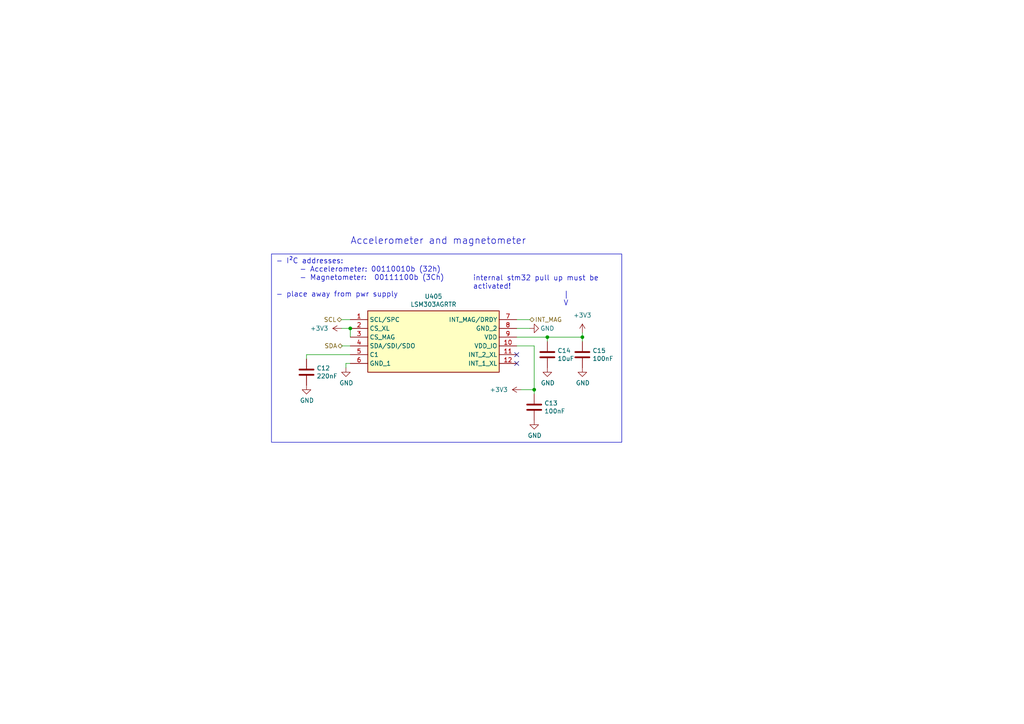
<source format=kicad_sch>
(kicad_sch (version 20250114) (generator "eeschema") (generator_version "9.0")
  (paper "A4")
  (lib_symbols
    (symbol "Device:C" (pin_numbers (hide yes)) (pin_names (offset 0.254))
      (property "Reference" "C" (at 0.635 2.54 0))
      (property "Value" "C" (at 0.635 -2.54 0))
      (symbol "C_0_1"
        (polyline (pts (xy -2.032 0.762) (xy 2.032 0.762)) (stroke (width 0.508)))
        (polyline (pts (xy -2.032 -0.762) (xy 2.032 -0.762)) (stroke (width 0.508)))
      )
      (symbol "C_1_1"
        (pin passive line (at 0 3.81 270) (length 2.794) (name "~") (number "1"))
        (pin passive line (at 0 -3.81 90) (length 2.794) (name "~") (number "2"))
      )
    )
    (symbol "Thingsat_symbol:LSM303AGRTR"
      (property "Reference" "IC" (at 44.45 7.62 0))
      (property "Value" "LSM303AGRTR" (at 44.45 5.08 0))
      (symbol "LSM303AGRTR_1_1"
        (rectangle (start 5.08 2.54) (end 43.18 -15.24) (stroke (width 0.254)) (fill (type background)))
        (pin passive line (at 0 0 0) (length 5.08) (name "SCL/SPC") (number "1"))
        (pin passive line (at 0 -2.54 0) (length 5.08) (name "CS_XL") (number "2"))
        (pin passive line (at 0 -5.08 0) (length 5.08) (name "CS_MAG") (number "3"))
        (pin passive line (at 0 -7.62 0) (length 5.08) (name "SDA/SDI/SDO") (number "4"))
        (pin passive line (at 0 -10.16 0) (length 5.08) (name "C1") (number "5"))
        (pin passive line (at 0 -12.7 0) (length 5.08) (name "GND_1") (number "6"))
        (pin passive line (at 48.26 0 180) (length 5.08) (name "INT_MAG/DRDY") (number "7"))
        (pin passive line (at 48.26 -2.54 180) (length 5.08) (name "GND_2") (number "8"))
        (pin passive line (at 48.26 -5.08 180) (length 5.08) (name "VDD") (number "9"))
        (pin passive line (at 48.26 -7.62 180) (length 5.08) (name "VDD_IO") (number "10"))
        (pin passive line (at 48.26 -10.16 180) (length 5.08) (name "INT_2_XL") (number "11"))
        (pin passive line (at 48.26 -12.7 180) (length 5.08) (name "INT_1_XL") (number "12"))
      )
    )
    (symbol "power:+3.3V" (power) (pin_names (offset 0))
      (property "Value" "+3.3V" (at 0 3.556 0))
      (symbol "+3.3V_0_1"
        (polyline (pts (xy -0.762 1.27) (xy 0 2.54)))
        (polyline (pts (xy 0 2.54) (xy 0.762 1.27)))
        (polyline (pts (xy 0 0) (xy 0 2.54)))
      )
      (symbol "+3.3V_1_1"
        (pin power_in line (at 0 0 90) (length 0) (hide yes) (name "+3V3") (number "1"))
      )
    )
    (symbol "power:GND" (power) (pin_names (offset 0))
      (property "Value" "GND" (at 0 -3.81 0))
      (symbol "GND_0_1"
        (polyline (pts (xy 0 0) (xy 0 -1.27) (xy 1.27 -1.27) (xy 0 -2.54) (xy -1.27 -1.27) (xy 0 -1.27)))
      )
      (symbol "GND_1_1"
        (pin power_in line (at 0 0 270) (length 0) (hide yes) (name "GND") (number "1"))
      )
    )
  )
  (rectangle (start 78.74 73.66) (end 180.34 128.27))
  (text "- I²C addresses:\n      - Accelerometer: 00110010b (32h)\n      - Magnetometer:  00111100b (3Ch)\n\n- place away from pwr supply" (at 80.01 86.36 0) (effects (font (size 1.4986 1.4986)) (justify left bottom)))
  (text "internal stm32 pull up must be \nactivated!\n                       |\n                       V" (at 137.16 88.9 0) (effects (font (size 1.4986 1.4986)) (justify left bottom)))
  (text "Accelerometer and magnetometer" (at 101.6 71.12 0) (effects (font (size 2 2)) (justify left bottom)))
  (junction (at 158.75 97.79))
  (junction (at 101.6 95.25))
  (junction (at 154.94 113.03))
  (junction (at 168.91 97.79))
  (no_connect (at 149.86 105.41))
  (no_connect (at 149.86 102.87))
  (wire (pts (xy 88.9 102.87) (xy 101.6 102.87)))
  (wire (pts (xy 100.33 106.68) (xy 100.33 105.41)))
  (wire (pts (xy 149.86 92.71) (xy 153.67 92.71)))
  (wire (pts (xy 100.33 105.41) (xy 101.6 105.41)))
  (wire (pts (xy 101.6 95.25) (xy 101.6 97.79)))
  (wire (pts (xy 88.9 104.14) (xy 88.9 102.87)))
  (wire (pts (xy 158.75 97.79) (xy 158.75 99.06)))
  (wire (pts (xy 153.67 95.25) (xy 149.86 95.25)))
  (wire (pts (xy 99.06 95.25) (xy 101.6 95.25)))
  (wire (pts (xy 168.91 96.52) (xy 168.91 97.79)))
  (wire (pts (xy 154.94 113.03) (xy 154.94 100.33)))
  (wire (pts (xy 99.06 100.33) (xy 101.6 100.33)))
  (wire (pts (xy 154.94 100.33) (xy 149.86 100.33)))
  (wire (pts (xy 168.91 97.79) (xy 158.75 97.79)))
  (wire (pts (xy 99.06 92.71) (xy 101.6 92.71)))
  (wire (pts (xy 154.94 114.3) (xy 154.94 113.03)))
  (wire (pts (xy 154.94 113.03) (xy 151.13 113.03)))
  (wire (pts (xy 149.86 97.79) (xy 158.75 97.79)))
  (wire (pts (xy 168.91 97.79) (xy 168.91 99.06)))
  (hierarchical_label "INT_MAG" (shape bidirectional) (at 153.67 92.71 0))
  (hierarchical_label "SCL" (shape bidirectional) (at 99.06 92.71 180))
  (hierarchical_label "SDA" (shape bidirectional) (at 99.3037 100.33 180))
  (symbol (lib_id "Device:C") (at 154.94 118.11 0) (unit 1)
    (property "Reference" "C5" (at 157.861 116.9416 0) (effects (justify left)))
    (property "Value" "100nF" (at 157.861 119.253 0) (effects (justify left)))
    (property "Footprint" "Capacitor_SMD:C_0402_1005Metric_Pad0.74x0.62mm_HandSolder" (effects (hide yes)))
    (property "Description" "Unpolarized capacitor" (effects (hide yes)))
    (property "MPN" "GCM155R71H104KE02D" (effects (hide yes)))
    (property "Manufacturer" "MURATA" (effects (hide yes)))
    (property "Vendor website" "https://fr.farnell.com/murata/gcm155r71h104ke02d/condensateur-0-1-f-50v-10-x7r/dp/2611878?st=gcm155r71h104ke02d" (effects (hide yes)))
    (property "Qualification" "AEC-Q200" (effects (hide yes)))
    (instances (project "ThingSat_protoSEED" (path "" (reference "C13") (unit 1))) (project "test_python" (path "" (reference "C5") (unit 1))))
  )
  (symbol (lib_id "Device:C") (at 158.75 102.87 0) (unit 1)
    (property "Reference" "C6" (at 161.671 101.7016 0) (effects (justify left)))
    (property "Value" "10uF" (at 161.671 104.013 0) (effects (justify left)))
    (property "Footprint" "Capacitor_SMD:C_1206_3216Metric" (effects (hide yes)))
    (property "Description" "Unpolarized capacitor" (effects (hide yes)))
    (property "MPN" "GRT31CR61H106KE01L" (effects (hide yes)))
    (property "Manufacturer" "MURATA" (effects (hide yes)))
    (property "Qualification" "AEC-Q200" (effects (hide yes)))
    (property "Vendor website" "https://fr.farnell.com/kemet/c1206x225k5rac3316/cond-aec-q200-2-2uf-50v-mlcc-1206/dp/3133121?st=C1206X225K5RAC3316" (effects (hide yes)))
    (instances (project "ThingSat_protoSEED" (path "" (reference "C14") (unit 1))) (project "test_python" (path "" (reference "C6") (unit 1))))
  )
  (symbol (lib_id "Device:C") (at 168.91 102.87 0) (unit 1)
    (property "Reference" "C7" (at 171.831 101.7016 0) (effects (justify left)))
    (property "Value" "100nF" (at 171.831 104.013 0) (effects (justify left)))
    (property "Footprint" "Capacitor_SMD:C_0402_1005Metric_Pad0.74x0.62mm_HandSolder" (effects (hide yes)))
    (property "Description" "Unpolarized capacitor" (effects (hide yes)))
    (property "MPN" "GCM155R71H104KE02D" (effects (hide yes)))
    (property "Manufacturer" "MURATA" (effects (hide yes)))
    (property "Vendor website" "https://fr.farnell.com/murata/gcm155r71h104ke02d/condensateur-0-1-f-50v-10-x7r/dp/2611878?st=gcm155r71h104ke02d" (effects (hide yes)))
    (property "Qualification" "AEC-Q200" (effects (hide yes)))
    (instances (project "ThingSat_protoSEED" (path "" (reference "C15") (unit 1))) (project "test_python" (path "" (reference "C7") (unit 1))))
  )
  (symbol (lib_id "power:GND") (at 154.94 121.92 0) (unit 1)
    (property "Reference" "#PWR0127" (effects (hide yes)))
    (property "Value" "GND" (at 155.067 126.3142 0))
    (property "Description" "Power symbol creates a global label with name \"GND\" , ground" (effects (hide yes)))
    (instances (project "ThingSat_protoSEED" (path "" (reference "#PWR0422") (unit 1))) (project "test_python" (path "" (reference "#PWR0127") (unit 1))))
  )
  (symbol (lib_id "power:GND") (at 158.75 106.68 0) (unit 1)
    (property "Reference" "#PWR0132" (effects (hide yes)))
    (property "Value" "GND" (at 158.877 111.0742 0))
    (property "Description" "Power symbol creates a global label with name \"GND\" , ground" (effects (hide yes)))
    (instances (project "ThingSat_protoSEED" (path "" (reference "#PWR0423") (unit 1))) (project "test_python" (path "" (reference "#PWR0132") (unit 1))))
  )
  (symbol (lib_id "power:GND") (at 168.91 106.68 0) (unit 1)
    (property "Reference" "#PWR0131" (effects (hide yes)))
    (property "Value" "GND" (at 169.037 111.0742 0))
    (property "Description" "Power symbol creates a global label with name \"GND\" , ground" (effects (hide yes)))
    (instances (project "ThingSat_protoSEED" (path "" (reference "#PWR0425") (unit 1))) (project "test_python" (path "" (reference "#PWR0131") (unit 1))))
  )
  (symbol (lib_id "Device:C") (at 88.9 107.95 0) (unit 1)
    (property "Reference" "C4" (at 91.821 106.7816 0) (effects (justify left)))
    (property "Value" "220nF" (at 91.821 109.093 0) (effects (justify left)))
    (property "Footprint" "Capacitor_SMD:C_0603_1608Metric_Pad1.08x0.95mm_HandSolder" (effects (hide yes)))
    (property "Description" "Unpolarized capacitor" (effects (hide yes)))
    (property "MPN" "CGA3E2X7R1C224K080AA" (effects (hide yes)))
    (property "Manufacturer" "TDK" (effects (hide yes)))
    (property "Qualification" "AEC-Q200" (effects (hide yes)))
    (property "Vendor website" "https://fr.farnell.com/tdk/cga3e2x7r1c224k080aa/cond-0-22-f-16v-10-x7r-0603/dp/2210876?st=CGA3E2X7R1C224K080AA" (effects (hide yes)))
    (instances (project "ThingSat_protoSEED" (path "" (reference "C12") (unit 1))) (project "test_python" (path "" (reference "C4") (unit 1))))
  )
  (symbol (lib_id "power:GND") (at 88.9 111.76 0) (unit 1)
    (property "Reference" "#PWR0124" (effects (hide yes)))
    (property "Value" "GND" (at 89.027 116.1542 0))
    (property "Description" "Power symbol creates a global label with name \"GND\" , ground" (effects (hide yes)))
    (instances (project "ThingSat_protoSEED" (path "" (reference "#PWR0414") (unit 1))) (project "test_python" (path "" (reference "#PWR0124") (unit 1))))
  )
  (symbol (lib_id "Thingsat_symbol:LSM303AGRTR") (at 101.6 92.71 0) (unit 1)
    (property "Reference" "U3" (at 125.73 85.979 0))
    (property "Value" "LSM303AGRTR" (at 125.73 88.2904 0))
    (property "Footprint" "Package_LGA:LGA-12_2x2mm_P0.5mm" (effects (hide yes)))
    (property "Datasheet" "http://www.st.com/content/ccc/resource/technical/document/datasheet/74/c4/19/54/62/c5/46/13/DM00177685.pdf/files/DM00177685.pdf/jcr:content/translations/en.DM00177685.pdf" (effects (hide yes)))
    (property "Description" "STMICROELECTRONICS - LSM303AGRTR - MEMS, 3D ACCELERO/MAGNETO, LGA-12" (effects (hide yes)))
    (property "MPN" "LSM303AGRTR" (effects (hide yes)))
    (property "Manufacturer" "STM" (effects (hide yes)))
    (property "Qualification" "No" (effects (hide yes)))
    (property "Vendor website" "https://fr.farnell.com/stmicroelectronics/lsm303agrtr/mems-accelero-magneto-3d-lga-12/dp/2664523?st=LSM303AGRTR" (effects (hide yes)))
    (property "Manufacturer_Name" "STMicroelectronics" (effects (hide yes)))
    (property "Manufacturer_Part_Number" "LSM303AGRTR" (effects (hide yes)))
    (property "Mouser Part Number" "511-LSM303AGRTR" (effects (hide yes)))
    (property "Mouser Price/Stock" "https://www.mouser.co.uk/ProductDetail/STMicroelectronics/LSM303AGRTR?qs=dTJS0cRn7oj2TlQhcroMCw%3D%3D" (effects (hide yes)))
    (property "Arrow Part Number" "LSM303AGRTR" (effects (hide yes)))
    (property "Arrow Price/Stock" "https://www.arrow.com/en/products/lsm303agrtr/stmicroelectronics?utm_currency=USD&region=europe" (effects (hide yes)))
    (instances (project "ThingSat_protoSEED" (path "" (reference "U405") (unit 1))) (project "test_python" (path "" (reference "U3") (unit 1))))
  )
  (symbol (lib_id "power:GND") (at 100.33 106.68 0) (unit 1)
    (property "Reference" "#PWR0125" (effects (hide yes)))
    (property "Value" "GND" (at 100.457 111.0742 0))
    (property "Description" "Power symbol creates a global label with name \"GND\" , ground" (effects (hide yes)))
    (instances (project "ThingSat_protoSEED" (path "" (reference "#PWR0415") (unit 1))) (project "test_python" (path "" (reference "#PWR0125") (unit 1))))
  )
  (symbol (lib_id "power:GND") (at 153.67 95.25 90) (unit 1)
    (property "Reference" "#PWR0129" (effects (hide yes)))
    (property "Value" "GND" (at 158.75 95.25 90))
    (property "Description" "Power symbol creates a global label with name \"GND\" , ground" (effects (hide yes)))
    (instances (project "ThingSat_protoSEED" (path "" (reference "#PWR0421") (unit 1))) (project "test_python" (path "" (reference "#PWR0129") (unit 1))))
  )
  (symbol (lib_id "power:+3.3V") (at 168.91 96.52 0) (unit 1)
    (property "Reference" "#PWR0128" (effects (hide yes)))
    (property "Value" "+3V3" (at 168.91 91.44 0))
    (instances (project "ThingSat_protoSEED" (path "" (reference "#PWR063") (unit 1))) (project "test_python" (path "" (reference "#PWR0128") (unit 1))))
  )
  (symbol (lib_id "power:+3.3V") (at 99.06 95.25 90) (unit 1)
    (property "Reference" "#PWR0126" (effects (hide yes)))
    (property "Value" "+3V3" (at 95.25 95.2499 90) (effects (justify left)))
    (instances (project "ThingSat_protoSEED" (path "" (reference "#PWR064") (unit 1))) (project "test_python" (path "" (reference "#PWR0126") (unit 1))))
  )
  (symbol (lib_id "power:+3.3V") (at 151.13 113.03 90) (unit 1)
    (property "Reference" "#PWR0130" (effects (hide yes)))
    (property "Value" "+3V3" (at 147.32 113.0299 90) (effects (justify left)))
    (instances (project "ThingSat_protoSEED" (path "" (reference "#PWR065") (unit 1))) (project "test_python" (path "" (reference "#PWR0130") (unit 1))))
  )
)
</source>
